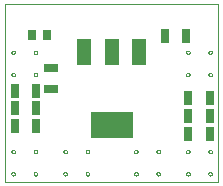
<source format=gbp>
G75*
%MOIN*%
%OFA0B0*%
%FSLAX25Y25*%
%IPPOS*%
%LPD*%
%AMOC8*
5,1,8,0,0,1.08239X$1,22.5*
%
%ADD10C,0.00000*%
%ADD11R,0.03150X0.04724*%
%ADD12R,0.04724X0.03150*%
%ADD13R,0.02756X0.03543*%
%ADD14R,0.04800X0.08800*%
%ADD15R,0.14173X0.08661*%
D10*
X0002452Y0002452D02*
X0002452Y0061507D01*
X0073318Y0061507D01*
X0073318Y0002452D01*
X0002452Y0002452D01*
X0004459Y0005050D02*
X0004461Y0005098D01*
X0004467Y0005146D01*
X0004477Y0005193D01*
X0004490Y0005239D01*
X0004508Y0005284D01*
X0004528Y0005328D01*
X0004553Y0005370D01*
X0004581Y0005409D01*
X0004611Y0005446D01*
X0004645Y0005480D01*
X0004682Y0005512D01*
X0004720Y0005541D01*
X0004761Y0005566D01*
X0004804Y0005588D01*
X0004849Y0005606D01*
X0004895Y0005620D01*
X0004942Y0005631D01*
X0004990Y0005638D01*
X0005038Y0005641D01*
X0005086Y0005640D01*
X0005134Y0005635D01*
X0005182Y0005626D01*
X0005228Y0005614D01*
X0005273Y0005597D01*
X0005317Y0005577D01*
X0005359Y0005554D01*
X0005399Y0005527D01*
X0005437Y0005497D01*
X0005472Y0005464D01*
X0005504Y0005428D01*
X0005534Y0005390D01*
X0005560Y0005349D01*
X0005582Y0005306D01*
X0005602Y0005262D01*
X0005617Y0005217D01*
X0005629Y0005170D01*
X0005637Y0005122D01*
X0005641Y0005074D01*
X0005641Y0005026D01*
X0005637Y0004978D01*
X0005629Y0004930D01*
X0005617Y0004883D01*
X0005602Y0004838D01*
X0005582Y0004794D01*
X0005560Y0004751D01*
X0005534Y0004710D01*
X0005504Y0004672D01*
X0005472Y0004636D01*
X0005437Y0004603D01*
X0005399Y0004573D01*
X0005359Y0004546D01*
X0005317Y0004523D01*
X0005273Y0004503D01*
X0005228Y0004486D01*
X0005182Y0004474D01*
X0005134Y0004465D01*
X0005086Y0004460D01*
X0005038Y0004459D01*
X0004990Y0004462D01*
X0004942Y0004469D01*
X0004895Y0004480D01*
X0004849Y0004494D01*
X0004804Y0004512D01*
X0004761Y0004534D01*
X0004720Y0004559D01*
X0004682Y0004588D01*
X0004645Y0004620D01*
X0004611Y0004654D01*
X0004581Y0004691D01*
X0004553Y0004730D01*
X0004528Y0004772D01*
X0004508Y0004816D01*
X0004490Y0004861D01*
X0004477Y0004907D01*
X0004467Y0004954D01*
X0004461Y0005002D01*
X0004459Y0005050D01*
X0004459Y0012452D02*
X0004461Y0012500D01*
X0004467Y0012548D01*
X0004477Y0012595D01*
X0004490Y0012641D01*
X0004508Y0012686D01*
X0004528Y0012730D01*
X0004553Y0012772D01*
X0004581Y0012811D01*
X0004611Y0012848D01*
X0004645Y0012882D01*
X0004682Y0012914D01*
X0004720Y0012943D01*
X0004761Y0012968D01*
X0004804Y0012990D01*
X0004849Y0013008D01*
X0004895Y0013022D01*
X0004942Y0013033D01*
X0004990Y0013040D01*
X0005038Y0013043D01*
X0005086Y0013042D01*
X0005134Y0013037D01*
X0005182Y0013028D01*
X0005228Y0013016D01*
X0005273Y0012999D01*
X0005317Y0012979D01*
X0005359Y0012956D01*
X0005399Y0012929D01*
X0005437Y0012899D01*
X0005472Y0012866D01*
X0005504Y0012830D01*
X0005534Y0012792D01*
X0005560Y0012751D01*
X0005582Y0012708D01*
X0005602Y0012664D01*
X0005617Y0012619D01*
X0005629Y0012572D01*
X0005637Y0012524D01*
X0005641Y0012476D01*
X0005641Y0012428D01*
X0005637Y0012380D01*
X0005629Y0012332D01*
X0005617Y0012285D01*
X0005602Y0012240D01*
X0005582Y0012196D01*
X0005560Y0012153D01*
X0005534Y0012112D01*
X0005504Y0012074D01*
X0005472Y0012038D01*
X0005437Y0012005D01*
X0005399Y0011975D01*
X0005359Y0011948D01*
X0005317Y0011925D01*
X0005273Y0011905D01*
X0005228Y0011888D01*
X0005182Y0011876D01*
X0005134Y0011867D01*
X0005086Y0011862D01*
X0005038Y0011861D01*
X0004990Y0011864D01*
X0004942Y0011871D01*
X0004895Y0011882D01*
X0004849Y0011896D01*
X0004804Y0011914D01*
X0004761Y0011936D01*
X0004720Y0011961D01*
X0004682Y0011990D01*
X0004645Y0012022D01*
X0004611Y0012056D01*
X0004581Y0012093D01*
X0004553Y0012132D01*
X0004528Y0012174D01*
X0004508Y0012218D01*
X0004490Y0012263D01*
X0004477Y0012309D01*
X0004467Y0012356D01*
X0004461Y0012404D01*
X0004459Y0012452D01*
X0011861Y0012452D02*
X0011863Y0012500D01*
X0011869Y0012548D01*
X0011879Y0012595D01*
X0011892Y0012641D01*
X0011910Y0012686D01*
X0011930Y0012730D01*
X0011955Y0012772D01*
X0011983Y0012811D01*
X0012013Y0012848D01*
X0012047Y0012882D01*
X0012084Y0012914D01*
X0012122Y0012943D01*
X0012163Y0012968D01*
X0012206Y0012990D01*
X0012251Y0013008D01*
X0012297Y0013022D01*
X0012344Y0013033D01*
X0012392Y0013040D01*
X0012440Y0013043D01*
X0012488Y0013042D01*
X0012536Y0013037D01*
X0012584Y0013028D01*
X0012630Y0013016D01*
X0012675Y0012999D01*
X0012719Y0012979D01*
X0012761Y0012956D01*
X0012801Y0012929D01*
X0012839Y0012899D01*
X0012874Y0012866D01*
X0012906Y0012830D01*
X0012936Y0012792D01*
X0012962Y0012751D01*
X0012984Y0012708D01*
X0013004Y0012664D01*
X0013019Y0012619D01*
X0013031Y0012572D01*
X0013039Y0012524D01*
X0013043Y0012476D01*
X0013043Y0012428D01*
X0013039Y0012380D01*
X0013031Y0012332D01*
X0013019Y0012285D01*
X0013004Y0012240D01*
X0012984Y0012196D01*
X0012962Y0012153D01*
X0012936Y0012112D01*
X0012906Y0012074D01*
X0012874Y0012038D01*
X0012839Y0012005D01*
X0012801Y0011975D01*
X0012761Y0011948D01*
X0012719Y0011925D01*
X0012675Y0011905D01*
X0012630Y0011888D01*
X0012584Y0011876D01*
X0012536Y0011867D01*
X0012488Y0011862D01*
X0012440Y0011861D01*
X0012392Y0011864D01*
X0012344Y0011871D01*
X0012297Y0011882D01*
X0012251Y0011896D01*
X0012206Y0011914D01*
X0012163Y0011936D01*
X0012122Y0011961D01*
X0012084Y0011990D01*
X0012047Y0012022D01*
X0012013Y0012056D01*
X0011983Y0012093D01*
X0011955Y0012132D01*
X0011930Y0012174D01*
X0011910Y0012218D01*
X0011892Y0012263D01*
X0011879Y0012309D01*
X0011869Y0012356D01*
X0011863Y0012404D01*
X0011861Y0012452D01*
X0011861Y0005050D02*
X0011863Y0005098D01*
X0011869Y0005146D01*
X0011879Y0005193D01*
X0011892Y0005239D01*
X0011910Y0005284D01*
X0011930Y0005328D01*
X0011955Y0005370D01*
X0011983Y0005409D01*
X0012013Y0005446D01*
X0012047Y0005480D01*
X0012084Y0005512D01*
X0012122Y0005541D01*
X0012163Y0005566D01*
X0012206Y0005588D01*
X0012251Y0005606D01*
X0012297Y0005620D01*
X0012344Y0005631D01*
X0012392Y0005638D01*
X0012440Y0005641D01*
X0012488Y0005640D01*
X0012536Y0005635D01*
X0012584Y0005626D01*
X0012630Y0005614D01*
X0012675Y0005597D01*
X0012719Y0005577D01*
X0012761Y0005554D01*
X0012801Y0005527D01*
X0012839Y0005497D01*
X0012874Y0005464D01*
X0012906Y0005428D01*
X0012936Y0005390D01*
X0012962Y0005349D01*
X0012984Y0005306D01*
X0013004Y0005262D01*
X0013019Y0005217D01*
X0013031Y0005170D01*
X0013039Y0005122D01*
X0013043Y0005074D01*
X0013043Y0005026D01*
X0013039Y0004978D01*
X0013031Y0004930D01*
X0013019Y0004883D01*
X0013004Y0004838D01*
X0012984Y0004794D01*
X0012962Y0004751D01*
X0012936Y0004710D01*
X0012906Y0004672D01*
X0012874Y0004636D01*
X0012839Y0004603D01*
X0012801Y0004573D01*
X0012761Y0004546D01*
X0012719Y0004523D01*
X0012675Y0004503D01*
X0012630Y0004486D01*
X0012584Y0004474D01*
X0012536Y0004465D01*
X0012488Y0004460D01*
X0012440Y0004459D01*
X0012392Y0004462D01*
X0012344Y0004469D01*
X0012297Y0004480D01*
X0012251Y0004494D01*
X0012206Y0004512D01*
X0012163Y0004534D01*
X0012122Y0004559D01*
X0012084Y0004588D01*
X0012047Y0004620D01*
X0012013Y0004654D01*
X0011983Y0004691D01*
X0011955Y0004730D01*
X0011930Y0004772D01*
X0011910Y0004816D01*
X0011892Y0004861D01*
X0011879Y0004907D01*
X0011869Y0004954D01*
X0011863Y0005002D01*
X0011861Y0005050D01*
X0021782Y0005050D02*
X0021784Y0005098D01*
X0021790Y0005146D01*
X0021800Y0005193D01*
X0021813Y0005239D01*
X0021831Y0005284D01*
X0021851Y0005328D01*
X0021876Y0005370D01*
X0021904Y0005409D01*
X0021934Y0005446D01*
X0021968Y0005480D01*
X0022005Y0005512D01*
X0022043Y0005541D01*
X0022084Y0005566D01*
X0022127Y0005588D01*
X0022172Y0005606D01*
X0022218Y0005620D01*
X0022265Y0005631D01*
X0022313Y0005638D01*
X0022361Y0005641D01*
X0022409Y0005640D01*
X0022457Y0005635D01*
X0022505Y0005626D01*
X0022551Y0005614D01*
X0022596Y0005597D01*
X0022640Y0005577D01*
X0022682Y0005554D01*
X0022722Y0005527D01*
X0022760Y0005497D01*
X0022795Y0005464D01*
X0022827Y0005428D01*
X0022857Y0005390D01*
X0022883Y0005349D01*
X0022905Y0005306D01*
X0022925Y0005262D01*
X0022940Y0005217D01*
X0022952Y0005170D01*
X0022960Y0005122D01*
X0022964Y0005074D01*
X0022964Y0005026D01*
X0022960Y0004978D01*
X0022952Y0004930D01*
X0022940Y0004883D01*
X0022925Y0004838D01*
X0022905Y0004794D01*
X0022883Y0004751D01*
X0022857Y0004710D01*
X0022827Y0004672D01*
X0022795Y0004636D01*
X0022760Y0004603D01*
X0022722Y0004573D01*
X0022682Y0004546D01*
X0022640Y0004523D01*
X0022596Y0004503D01*
X0022551Y0004486D01*
X0022505Y0004474D01*
X0022457Y0004465D01*
X0022409Y0004460D01*
X0022361Y0004459D01*
X0022313Y0004462D01*
X0022265Y0004469D01*
X0022218Y0004480D01*
X0022172Y0004494D01*
X0022127Y0004512D01*
X0022084Y0004534D01*
X0022043Y0004559D01*
X0022005Y0004588D01*
X0021968Y0004620D01*
X0021934Y0004654D01*
X0021904Y0004691D01*
X0021876Y0004730D01*
X0021851Y0004772D01*
X0021831Y0004816D01*
X0021813Y0004861D01*
X0021800Y0004907D01*
X0021790Y0004954D01*
X0021784Y0005002D01*
X0021782Y0005050D01*
X0029183Y0005050D02*
X0029185Y0005098D01*
X0029191Y0005146D01*
X0029201Y0005193D01*
X0029214Y0005239D01*
X0029232Y0005284D01*
X0029252Y0005328D01*
X0029277Y0005370D01*
X0029305Y0005409D01*
X0029335Y0005446D01*
X0029369Y0005480D01*
X0029406Y0005512D01*
X0029444Y0005541D01*
X0029485Y0005566D01*
X0029528Y0005588D01*
X0029573Y0005606D01*
X0029619Y0005620D01*
X0029666Y0005631D01*
X0029714Y0005638D01*
X0029762Y0005641D01*
X0029810Y0005640D01*
X0029858Y0005635D01*
X0029906Y0005626D01*
X0029952Y0005614D01*
X0029997Y0005597D01*
X0030041Y0005577D01*
X0030083Y0005554D01*
X0030123Y0005527D01*
X0030161Y0005497D01*
X0030196Y0005464D01*
X0030228Y0005428D01*
X0030258Y0005390D01*
X0030284Y0005349D01*
X0030306Y0005306D01*
X0030326Y0005262D01*
X0030341Y0005217D01*
X0030353Y0005170D01*
X0030361Y0005122D01*
X0030365Y0005074D01*
X0030365Y0005026D01*
X0030361Y0004978D01*
X0030353Y0004930D01*
X0030341Y0004883D01*
X0030326Y0004838D01*
X0030306Y0004794D01*
X0030284Y0004751D01*
X0030258Y0004710D01*
X0030228Y0004672D01*
X0030196Y0004636D01*
X0030161Y0004603D01*
X0030123Y0004573D01*
X0030083Y0004546D01*
X0030041Y0004523D01*
X0029997Y0004503D01*
X0029952Y0004486D01*
X0029906Y0004474D01*
X0029858Y0004465D01*
X0029810Y0004460D01*
X0029762Y0004459D01*
X0029714Y0004462D01*
X0029666Y0004469D01*
X0029619Y0004480D01*
X0029573Y0004494D01*
X0029528Y0004512D01*
X0029485Y0004534D01*
X0029444Y0004559D01*
X0029406Y0004588D01*
X0029369Y0004620D01*
X0029335Y0004654D01*
X0029305Y0004691D01*
X0029277Y0004730D01*
X0029252Y0004772D01*
X0029232Y0004816D01*
X0029214Y0004861D01*
X0029201Y0004907D01*
X0029191Y0004954D01*
X0029185Y0005002D01*
X0029183Y0005050D01*
X0029183Y0012452D02*
X0029185Y0012500D01*
X0029191Y0012548D01*
X0029201Y0012595D01*
X0029214Y0012641D01*
X0029232Y0012686D01*
X0029252Y0012730D01*
X0029277Y0012772D01*
X0029305Y0012811D01*
X0029335Y0012848D01*
X0029369Y0012882D01*
X0029406Y0012914D01*
X0029444Y0012943D01*
X0029485Y0012968D01*
X0029528Y0012990D01*
X0029573Y0013008D01*
X0029619Y0013022D01*
X0029666Y0013033D01*
X0029714Y0013040D01*
X0029762Y0013043D01*
X0029810Y0013042D01*
X0029858Y0013037D01*
X0029906Y0013028D01*
X0029952Y0013016D01*
X0029997Y0012999D01*
X0030041Y0012979D01*
X0030083Y0012956D01*
X0030123Y0012929D01*
X0030161Y0012899D01*
X0030196Y0012866D01*
X0030228Y0012830D01*
X0030258Y0012792D01*
X0030284Y0012751D01*
X0030306Y0012708D01*
X0030326Y0012664D01*
X0030341Y0012619D01*
X0030353Y0012572D01*
X0030361Y0012524D01*
X0030365Y0012476D01*
X0030365Y0012428D01*
X0030361Y0012380D01*
X0030353Y0012332D01*
X0030341Y0012285D01*
X0030326Y0012240D01*
X0030306Y0012196D01*
X0030284Y0012153D01*
X0030258Y0012112D01*
X0030228Y0012074D01*
X0030196Y0012038D01*
X0030161Y0012005D01*
X0030123Y0011975D01*
X0030083Y0011948D01*
X0030041Y0011925D01*
X0029997Y0011905D01*
X0029952Y0011888D01*
X0029906Y0011876D01*
X0029858Y0011867D01*
X0029810Y0011862D01*
X0029762Y0011861D01*
X0029714Y0011864D01*
X0029666Y0011871D01*
X0029619Y0011882D01*
X0029573Y0011896D01*
X0029528Y0011914D01*
X0029485Y0011936D01*
X0029444Y0011961D01*
X0029406Y0011990D01*
X0029369Y0012022D01*
X0029335Y0012056D01*
X0029305Y0012093D01*
X0029277Y0012132D01*
X0029252Y0012174D01*
X0029232Y0012218D01*
X0029214Y0012263D01*
X0029201Y0012309D01*
X0029191Y0012356D01*
X0029185Y0012404D01*
X0029183Y0012452D01*
X0021782Y0012452D02*
X0021784Y0012500D01*
X0021790Y0012548D01*
X0021800Y0012595D01*
X0021813Y0012641D01*
X0021831Y0012686D01*
X0021851Y0012730D01*
X0021876Y0012772D01*
X0021904Y0012811D01*
X0021934Y0012848D01*
X0021968Y0012882D01*
X0022005Y0012914D01*
X0022043Y0012943D01*
X0022084Y0012968D01*
X0022127Y0012990D01*
X0022172Y0013008D01*
X0022218Y0013022D01*
X0022265Y0013033D01*
X0022313Y0013040D01*
X0022361Y0013043D01*
X0022409Y0013042D01*
X0022457Y0013037D01*
X0022505Y0013028D01*
X0022551Y0013016D01*
X0022596Y0012999D01*
X0022640Y0012979D01*
X0022682Y0012956D01*
X0022722Y0012929D01*
X0022760Y0012899D01*
X0022795Y0012866D01*
X0022827Y0012830D01*
X0022857Y0012792D01*
X0022883Y0012751D01*
X0022905Y0012708D01*
X0022925Y0012664D01*
X0022940Y0012619D01*
X0022952Y0012572D01*
X0022960Y0012524D01*
X0022964Y0012476D01*
X0022964Y0012428D01*
X0022960Y0012380D01*
X0022952Y0012332D01*
X0022940Y0012285D01*
X0022925Y0012240D01*
X0022905Y0012196D01*
X0022883Y0012153D01*
X0022857Y0012112D01*
X0022827Y0012074D01*
X0022795Y0012038D01*
X0022760Y0012005D01*
X0022722Y0011975D01*
X0022682Y0011948D01*
X0022640Y0011925D01*
X0022596Y0011905D01*
X0022551Y0011888D01*
X0022505Y0011876D01*
X0022457Y0011867D01*
X0022409Y0011862D01*
X0022361Y0011861D01*
X0022313Y0011864D01*
X0022265Y0011871D01*
X0022218Y0011882D01*
X0022172Y0011896D01*
X0022127Y0011914D01*
X0022084Y0011936D01*
X0022043Y0011961D01*
X0022005Y0011990D01*
X0021968Y0012022D01*
X0021934Y0012056D01*
X0021904Y0012093D01*
X0021876Y0012132D01*
X0021851Y0012174D01*
X0021831Y0012218D01*
X0021813Y0012263D01*
X0021800Y0012309D01*
X0021790Y0012356D01*
X0021784Y0012404D01*
X0021782Y0012452D01*
X0045404Y0012452D02*
X0045406Y0012500D01*
X0045412Y0012548D01*
X0045422Y0012595D01*
X0045435Y0012641D01*
X0045453Y0012686D01*
X0045473Y0012730D01*
X0045498Y0012772D01*
X0045526Y0012811D01*
X0045556Y0012848D01*
X0045590Y0012882D01*
X0045627Y0012914D01*
X0045665Y0012943D01*
X0045706Y0012968D01*
X0045749Y0012990D01*
X0045794Y0013008D01*
X0045840Y0013022D01*
X0045887Y0013033D01*
X0045935Y0013040D01*
X0045983Y0013043D01*
X0046031Y0013042D01*
X0046079Y0013037D01*
X0046127Y0013028D01*
X0046173Y0013016D01*
X0046218Y0012999D01*
X0046262Y0012979D01*
X0046304Y0012956D01*
X0046344Y0012929D01*
X0046382Y0012899D01*
X0046417Y0012866D01*
X0046449Y0012830D01*
X0046479Y0012792D01*
X0046505Y0012751D01*
X0046527Y0012708D01*
X0046547Y0012664D01*
X0046562Y0012619D01*
X0046574Y0012572D01*
X0046582Y0012524D01*
X0046586Y0012476D01*
X0046586Y0012428D01*
X0046582Y0012380D01*
X0046574Y0012332D01*
X0046562Y0012285D01*
X0046547Y0012240D01*
X0046527Y0012196D01*
X0046505Y0012153D01*
X0046479Y0012112D01*
X0046449Y0012074D01*
X0046417Y0012038D01*
X0046382Y0012005D01*
X0046344Y0011975D01*
X0046304Y0011948D01*
X0046262Y0011925D01*
X0046218Y0011905D01*
X0046173Y0011888D01*
X0046127Y0011876D01*
X0046079Y0011867D01*
X0046031Y0011862D01*
X0045983Y0011861D01*
X0045935Y0011864D01*
X0045887Y0011871D01*
X0045840Y0011882D01*
X0045794Y0011896D01*
X0045749Y0011914D01*
X0045706Y0011936D01*
X0045665Y0011961D01*
X0045627Y0011990D01*
X0045590Y0012022D01*
X0045556Y0012056D01*
X0045526Y0012093D01*
X0045498Y0012132D01*
X0045473Y0012174D01*
X0045453Y0012218D01*
X0045435Y0012263D01*
X0045422Y0012309D01*
X0045412Y0012356D01*
X0045406Y0012404D01*
X0045404Y0012452D01*
X0052805Y0012452D02*
X0052807Y0012500D01*
X0052813Y0012548D01*
X0052823Y0012595D01*
X0052836Y0012641D01*
X0052854Y0012686D01*
X0052874Y0012730D01*
X0052899Y0012772D01*
X0052927Y0012811D01*
X0052957Y0012848D01*
X0052991Y0012882D01*
X0053028Y0012914D01*
X0053066Y0012943D01*
X0053107Y0012968D01*
X0053150Y0012990D01*
X0053195Y0013008D01*
X0053241Y0013022D01*
X0053288Y0013033D01*
X0053336Y0013040D01*
X0053384Y0013043D01*
X0053432Y0013042D01*
X0053480Y0013037D01*
X0053528Y0013028D01*
X0053574Y0013016D01*
X0053619Y0012999D01*
X0053663Y0012979D01*
X0053705Y0012956D01*
X0053745Y0012929D01*
X0053783Y0012899D01*
X0053818Y0012866D01*
X0053850Y0012830D01*
X0053880Y0012792D01*
X0053906Y0012751D01*
X0053928Y0012708D01*
X0053948Y0012664D01*
X0053963Y0012619D01*
X0053975Y0012572D01*
X0053983Y0012524D01*
X0053987Y0012476D01*
X0053987Y0012428D01*
X0053983Y0012380D01*
X0053975Y0012332D01*
X0053963Y0012285D01*
X0053948Y0012240D01*
X0053928Y0012196D01*
X0053906Y0012153D01*
X0053880Y0012112D01*
X0053850Y0012074D01*
X0053818Y0012038D01*
X0053783Y0012005D01*
X0053745Y0011975D01*
X0053705Y0011948D01*
X0053663Y0011925D01*
X0053619Y0011905D01*
X0053574Y0011888D01*
X0053528Y0011876D01*
X0053480Y0011867D01*
X0053432Y0011862D01*
X0053384Y0011861D01*
X0053336Y0011864D01*
X0053288Y0011871D01*
X0053241Y0011882D01*
X0053195Y0011896D01*
X0053150Y0011914D01*
X0053107Y0011936D01*
X0053066Y0011961D01*
X0053028Y0011990D01*
X0052991Y0012022D01*
X0052957Y0012056D01*
X0052927Y0012093D01*
X0052899Y0012132D01*
X0052874Y0012174D01*
X0052854Y0012218D01*
X0052836Y0012263D01*
X0052823Y0012309D01*
X0052813Y0012356D01*
X0052807Y0012404D01*
X0052805Y0012452D01*
X0052805Y0005050D02*
X0052807Y0005098D01*
X0052813Y0005146D01*
X0052823Y0005193D01*
X0052836Y0005239D01*
X0052854Y0005284D01*
X0052874Y0005328D01*
X0052899Y0005370D01*
X0052927Y0005409D01*
X0052957Y0005446D01*
X0052991Y0005480D01*
X0053028Y0005512D01*
X0053066Y0005541D01*
X0053107Y0005566D01*
X0053150Y0005588D01*
X0053195Y0005606D01*
X0053241Y0005620D01*
X0053288Y0005631D01*
X0053336Y0005638D01*
X0053384Y0005641D01*
X0053432Y0005640D01*
X0053480Y0005635D01*
X0053528Y0005626D01*
X0053574Y0005614D01*
X0053619Y0005597D01*
X0053663Y0005577D01*
X0053705Y0005554D01*
X0053745Y0005527D01*
X0053783Y0005497D01*
X0053818Y0005464D01*
X0053850Y0005428D01*
X0053880Y0005390D01*
X0053906Y0005349D01*
X0053928Y0005306D01*
X0053948Y0005262D01*
X0053963Y0005217D01*
X0053975Y0005170D01*
X0053983Y0005122D01*
X0053987Y0005074D01*
X0053987Y0005026D01*
X0053983Y0004978D01*
X0053975Y0004930D01*
X0053963Y0004883D01*
X0053948Y0004838D01*
X0053928Y0004794D01*
X0053906Y0004751D01*
X0053880Y0004710D01*
X0053850Y0004672D01*
X0053818Y0004636D01*
X0053783Y0004603D01*
X0053745Y0004573D01*
X0053705Y0004546D01*
X0053663Y0004523D01*
X0053619Y0004503D01*
X0053574Y0004486D01*
X0053528Y0004474D01*
X0053480Y0004465D01*
X0053432Y0004460D01*
X0053384Y0004459D01*
X0053336Y0004462D01*
X0053288Y0004469D01*
X0053241Y0004480D01*
X0053195Y0004494D01*
X0053150Y0004512D01*
X0053107Y0004534D01*
X0053066Y0004559D01*
X0053028Y0004588D01*
X0052991Y0004620D01*
X0052957Y0004654D01*
X0052927Y0004691D01*
X0052899Y0004730D01*
X0052874Y0004772D01*
X0052854Y0004816D01*
X0052836Y0004861D01*
X0052823Y0004907D01*
X0052813Y0004954D01*
X0052807Y0005002D01*
X0052805Y0005050D01*
X0045404Y0005050D02*
X0045406Y0005098D01*
X0045412Y0005146D01*
X0045422Y0005193D01*
X0045435Y0005239D01*
X0045453Y0005284D01*
X0045473Y0005328D01*
X0045498Y0005370D01*
X0045526Y0005409D01*
X0045556Y0005446D01*
X0045590Y0005480D01*
X0045627Y0005512D01*
X0045665Y0005541D01*
X0045706Y0005566D01*
X0045749Y0005588D01*
X0045794Y0005606D01*
X0045840Y0005620D01*
X0045887Y0005631D01*
X0045935Y0005638D01*
X0045983Y0005641D01*
X0046031Y0005640D01*
X0046079Y0005635D01*
X0046127Y0005626D01*
X0046173Y0005614D01*
X0046218Y0005597D01*
X0046262Y0005577D01*
X0046304Y0005554D01*
X0046344Y0005527D01*
X0046382Y0005497D01*
X0046417Y0005464D01*
X0046449Y0005428D01*
X0046479Y0005390D01*
X0046505Y0005349D01*
X0046527Y0005306D01*
X0046547Y0005262D01*
X0046562Y0005217D01*
X0046574Y0005170D01*
X0046582Y0005122D01*
X0046586Y0005074D01*
X0046586Y0005026D01*
X0046582Y0004978D01*
X0046574Y0004930D01*
X0046562Y0004883D01*
X0046547Y0004838D01*
X0046527Y0004794D01*
X0046505Y0004751D01*
X0046479Y0004710D01*
X0046449Y0004672D01*
X0046417Y0004636D01*
X0046382Y0004603D01*
X0046344Y0004573D01*
X0046304Y0004546D01*
X0046262Y0004523D01*
X0046218Y0004503D01*
X0046173Y0004486D01*
X0046127Y0004474D01*
X0046079Y0004465D01*
X0046031Y0004460D01*
X0045983Y0004459D01*
X0045935Y0004462D01*
X0045887Y0004469D01*
X0045840Y0004480D01*
X0045794Y0004494D01*
X0045749Y0004512D01*
X0045706Y0004534D01*
X0045665Y0004559D01*
X0045627Y0004588D01*
X0045590Y0004620D01*
X0045556Y0004654D01*
X0045526Y0004691D01*
X0045498Y0004730D01*
X0045473Y0004772D01*
X0045453Y0004816D01*
X0045435Y0004861D01*
X0045422Y0004907D01*
X0045412Y0004954D01*
X0045406Y0005002D01*
X0045404Y0005050D01*
X0062727Y0005050D02*
X0062729Y0005098D01*
X0062735Y0005146D01*
X0062745Y0005193D01*
X0062758Y0005239D01*
X0062776Y0005284D01*
X0062796Y0005328D01*
X0062821Y0005370D01*
X0062849Y0005409D01*
X0062879Y0005446D01*
X0062913Y0005480D01*
X0062950Y0005512D01*
X0062988Y0005541D01*
X0063029Y0005566D01*
X0063072Y0005588D01*
X0063117Y0005606D01*
X0063163Y0005620D01*
X0063210Y0005631D01*
X0063258Y0005638D01*
X0063306Y0005641D01*
X0063354Y0005640D01*
X0063402Y0005635D01*
X0063450Y0005626D01*
X0063496Y0005614D01*
X0063541Y0005597D01*
X0063585Y0005577D01*
X0063627Y0005554D01*
X0063667Y0005527D01*
X0063705Y0005497D01*
X0063740Y0005464D01*
X0063772Y0005428D01*
X0063802Y0005390D01*
X0063828Y0005349D01*
X0063850Y0005306D01*
X0063870Y0005262D01*
X0063885Y0005217D01*
X0063897Y0005170D01*
X0063905Y0005122D01*
X0063909Y0005074D01*
X0063909Y0005026D01*
X0063905Y0004978D01*
X0063897Y0004930D01*
X0063885Y0004883D01*
X0063870Y0004838D01*
X0063850Y0004794D01*
X0063828Y0004751D01*
X0063802Y0004710D01*
X0063772Y0004672D01*
X0063740Y0004636D01*
X0063705Y0004603D01*
X0063667Y0004573D01*
X0063627Y0004546D01*
X0063585Y0004523D01*
X0063541Y0004503D01*
X0063496Y0004486D01*
X0063450Y0004474D01*
X0063402Y0004465D01*
X0063354Y0004460D01*
X0063306Y0004459D01*
X0063258Y0004462D01*
X0063210Y0004469D01*
X0063163Y0004480D01*
X0063117Y0004494D01*
X0063072Y0004512D01*
X0063029Y0004534D01*
X0062988Y0004559D01*
X0062950Y0004588D01*
X0062913Y0004620D01*
X0062879Y0004654D01*
X0062849Y0004691D01*
X0062821Y0004730D01*
X0062796Y0004772D01*
X0062776Y0004816D01*
X0062758Y0004861D01*
X0062745Y0004907D01*
X0062735Y0004954D01*
X0062729Y0005002D01*
X0062727Y0005050D01*
X0062727Y0012452D02*
X0062729Y0012500D01*
X0062735Y0012548D01*
X0062745Y0012595D01*
X0062758Y0012641D01*
X0062776Y0012686D01*
X0062796Y0012730D01*
X0062821Y0012772D01*
X0062849Y0012811D01*
X0062879Y0012848D01*
X0062913Y0012882D01*
X0062950Y0012914D01*
X0062988Y0012943D01*
X0063029Y0012968D01*
X0063072Y0012990D01*
X0063117Y0013008D01*
X0063163Y0013022D01*
X0063210Y0013033D01*
X0063258Y0013040D01*
X0063306Y0013043D01*
X0063354Y0013042D01*
X0063402Y0013037D01*
X0063450Y0013028D01*
X0063496Y0013016D01*
X0063541Y0012999D01*
X0063585Y0012979D01*
X0063627Y0012956D01*
X0063667Y0012929D01*
X0063705Y0012899D01*
X0063740Y0012866D01*
X0063772Y0012830D01*
X0063802Y0012792D01*
X0063828Y0012751D01*
X0063850Y0012708D01*
X0063870Y0012664D01*
X0063885Y0012619D01*
X0063897Y0012572D01*
X0063905Y0012524D01*
X0063909Y0012476D01*
X0063909Y0012428D01*
X0063905Y0012380D01*
X0063897Y0012332D01*
X0063885Y0012285D01*
X0063870Y0012240D01*
X0063850Y0012196D01*
X0063828Y0012153D01*
X0063802Y0012112D01*
X0063772Y0012074D01*
X0063740Y0012038D01*
X0063705Y0012005D01*
X0063667Y0011975D01*
X0063627Y0011948D01*
X0063585Y0011925D01*
X0063541Y0011905D01*
X0063496Y0011888D01*
X0063450Y0011876D01*
X0063402Y0011867D01*
X0063354Y0011862D01*
X0063306Y0011861D01*
X0063258Y0011864D01*
X0063210Y0011871D01*
X0063163Y0011882D01*
X0063117Y0011896D01*
X0063072Y0011914D01*
X0063029Y0011936D01*
X0062988Y0011961D01*
X0062950Y0011990D01*
X0062913Y0012022D01*
X0062879Y0012056D01*
X0062849Y0012093D01*
X0062821Y0012132D01*
X0062796Y0012174D01*
X0062776Y0012218D01*
X0062758Y0012263D01*
X0062745Y0012309D01*
X0062735Y0012356D01*
X0062729Y0012404D01*
X0062727Y0012452D01*
X0070128Y0012452D02*
X0070130Y0012500D01*
X0070136Y0012548D01*
X0070146Y0012595D01*
X0070159Y0012641D01*
X0070177Y0012686D01*
X0070197Y0012730D01*
X0070222Y0012772D01*
X0070250Y0012811D01*
X0070280Y0012848D01*
X0070314Y0012882D01*
X0070351Y0012914D01*
X0070389Y0012943D01*
X0070430Y0012968D01*
X0070473Y0012990D01*
X0070518Y0013008D01*
X0070564Y0013022D01*
X0070611Y0013033D01*
X0070659Y0013040D01*
X0070707Y0013043D01*
X0070755Y0013042D01*
X0070803Y0013037D01*
X0070851Y0013028D01*
X0070897Y0013016D01*
X0070942Y0012999D01*
X0070986Y0012979D01*
X0071028Y0012956D01*
X0071068Y0012929D01*
X0071106Y0012899D01*
X0071141Y0012866D01*
X0071173Y0012830D01*
X0071203Y0012792D01*
X0071229Y0012751D01*
X0071251Y0012708D01*
X0071271Y0012664D01*
X0071286Y0012619D01*
X0071298Y0012572D01*
X0071306Y0012524D01*
X0071310Y0012476D01*
X0071310Y0012428D01*
X0071306Y0012380D01*
X0071298Y0012332D01*
X0071286Y0012285D01*
X0071271Y0012240D01*
X0071251Y0012196D01*
X0071229Y0012153D01*
X0071203Y0012112D01*
X0071173Y0012074D01*
X0071141Y0012038D01*
X0071106Y0012005D01*
X0071068Y0011975D01*
X0071028Y0011948D01*
X0070986Y0011925D01*
X0070942Y0011905D01*
X0070897Y0011888D01*
X0070851Y0011876D01*
X0070803Y0011867D01*
X0070755Y0011862D01*
X0070707Y0011861D01*
X0070659Y0011864D01*
X0070611Y0011871D01*
X0070564Y0011882D01*
X0070518Y0011896D01*
X0070473Y0011914D01*
X0070430Y0011936D01*
X0070389Y0011961D01*
X0070351Y0011990D01*
X0070314Y0012022D01*
X0070280Y0012056D01*
X0070250Y0012093D01*
X0070222Y0012132D01*
X0070197Y0012174D01*
X0070177Y0012218D01*
X0070159Y0012263D01*
X0070146Y0012309D01*
X0070136Y0012356D01*
X0070130Y0012404D01*
X0070128Y0012452D01*
X0070128Y0005050D02*
X0070130Y0005098D01*
X0070136Y0005146D01*
X0070146Y0005193D01*
X0070159Y0005239D01*
X0070177Y0005284D01*
X0070197Y0005328D01*
X0070222Y0005370D01*
X0070250Y0005409D01*
X0070280Y0005446D01*
X0070314Y0005480D01*
X0070351Y0005512D01*
X0070389Y0005541D01*
X0070430Y0005566D01*
X0070473Y0005588D01*
X0070518Y0005606D01*
X0070564Y0005620D01*
X0070611Y0005631D01*
X0070659Y0005638D01*
X0070707Y0005641D01*
X0070755Y0005640D01*
X0070803Y0005635D01*
X0070851Y0005626D01*
X0070897Y0005614D01*
X0070942Y0005597D01*
X0070986Y0005577D01*
X0071028Y0005554D01*
X0071068Y0005527D01*
X0071106Y0005497D01*
X0071141Y0005464D01*
X0071173Y0005428D01*
X0071203Y0005390D01*
X0071229Y0005349D01*
X0071251Y0005306D01*
X0071271Y0005262D01*
X0071286Y0005217D01*
X0071298Y0005170D01*
X0071306Y0005122D01*
X0071310Y0005074D01*
X0071310Y0005026D01*
X0071306Y0004978D01*
X0071298Y0004930D01*
X0071286Y0004883D01*
X0071271Y0004838D01*
X0071251Y0004794D01*
X0071229Y0004751D01*
X0071203Y0004710D01*
X0071173Y0004672D01*
X0071141Y0004636D01*
X0071106Y0004603D01*
X0071068Y0004573D01*
X0071028Y0004546D01*
X0070986Y0004523D01*
X0070942Y0004503D01*
X0070897Y0004486D01*
X0070851Y0004474D01*
X0070803Y0004465D01*
X0070755Y0004460D01*
X0070707Y0004459D01*
X0070659Y0004462D01*
X0070611Y0004469D01*
X0070564Y0004480D01*
X0070518Y0004494D01*
X0070473Y0004512D01*
X0070430Y0004534D01*
X0070389Y0004559D01*
X0070351Y0004588D01*
X0070314Y0004620D01*
X0070280Y0004654D01*
X0070250Y0004691D01*
X0070222Y0004730D01*
X0070197Y0004772D01*
X0070177Y0004816D01*
X0070159Y0004861D01*
X0070146Y0004907D01*
X0070136Y0004954D01*
X0070130Y0005002D01*
X0070128Y0005050D01*
X0070128Y0038121D02*
X0070130Y0038169D01*
X0070136Y0038217D01*
X0070146Y0038264D01*
X0070159Y0038310D01*
X0070177Y0038355D01*
X0070197Y0038399D01*
X0070222Y0038441D01*
X0070250Y0038480D01*
X0070280Y0038517D01*
X0070314Y0038551D01*
X0070351Y0038583D01*
X0070389Y0038612D01*
X0070430Y0038637D01*
X0070473Y0038659D01*
X0070518Y0038677D01*
X0070564Y0038691D01*
X0070611Y0038702D01*
X0070659Y0038709D01*
X0070707Y0038712D01*
X0070755Y0038711D01*
X0070803Y0038706D01*
X0070851Y0038697D01*
X0070897Y0038685D01*
X0070942Y0038668D01*
X0070986Y0038648D01*
X0071028Y0038625D01*
X0071068Y0038598D01*
X0071106Y0038568D01*
X0071141Y0038535D01*
X0071173Y0038499D01*
X0071203Y0038461D01*
X0071229Y0038420D01*
X0071251Y0038377D01*
X0071271Y0038333D01*
X0071286Y0038288D01*
X0071298Y0038241D01*
X0071306Y0038193D01*
X0071310Y0038145D01*
X0071310Y0038097D01*
X0071306Y0038049D01*
X0071298Y0038001D01*
X0071286Y0037954D01*
X0071271Y0037909D01*
X0071251Y0037865D01*
X0071229Y0037822D01*
X0071203Y0037781D01*
X0071173Y0037743D01*
X0071141Y0037707D01*
X0071106Y0037674D01*
X0071068Y0037644D01*
X0071028Y0037617D01*
X0070986Y0037594D01*
X0070942Y0037574D01*
X0070897Y0037557D01*
X0070851Y0037545D01*
X0070803Y0037536D01*
X0070755Y0037531D01*
X0070707Y0037530D01*
X0070659Y0037533D01*
X0070611Y0037540D01*
X0070564Y0037551D01*
X0070518Y0037565D01*
X0070473Y0037583D01*
X0070430Y0037605D01*
X0070389Y0037630D01*
X0070351Y0037659D01*
X0070314Y0037691D01*
X0070280Y0037725D01*
X0070250Y0037762D01*
X0070222Y0037801D01*
X0070197Y0037843D01*
X0070177Y0037887D01*
X0070159Y0037932D01*
X0070146Y0037978D01*
X0070136Y0038025D01*
X0070130Y0038073D01*
X0070128Y0038121D01*
X0062727Y0038121D02*
X0062729Y0038169D01*
X0062735Y0038217D01*
X0062745Y0038264D01*
X0062758Y0038310D01*
X0062776Y0038355D01*
X0062796Y0038399D01*
X0062821Y0038441D01*
X0062849Y0038480D01*
X0062879Y0038517D01*
X0062913Y0038551D01*
X0062950Y0038583D01*
X0062988Y0038612D01*
X0063029Y0038637D01*
X0063072Y0038659D01*
X0063117Y0038677D01*
X0063163Y0038691D01*
X0063210Y0038702D01*
X0063258Y0038709D01*
X0063306Y0038712D01*
X0063354Y0038711D01*
X0063402Y0038706D01*
X0063450Y0038697D01*
X0063496Y0038685D01*
X0063541Y0038668D01*
X0063585Y0038648D01*
X0063627Y0038625D01*
X0063667Y0038598D01*
X0063705Y0038568D01*
X0063740Y0038535D01*
X0063772Y0038499D01*
X0063802Y0038461D01*
X0063828Y0038420D01*
X0063850Y0038377D01*
X0063870Y0038333D01*
X0063885Y0038288D01*
X0063897Y0038241D01*
X0063905Y0038193D01*
X0063909Y0038145D01*
X0063909Y0038097D01*
X0063905Y0038049D01*
X0063897Y0038001D01*
X0063885Y0037954D01*
X0063870Y0037909D01*
X0063850Y0037865D01*
X0063828Y0037822D01*
X0063802Y0037781D01*
X0063772Y0037743D01*
X0063740Y0037707D01*
X0063705Y0037674D01*
X0063667Y0037644D01*
X0063627Y0037617D01*
X0063585Y0037594D01*
X0063541Y0037574D01*
X0063496Y0037557D01*
X0063450Y0037545D01*
X0063402Y0037536D01*
X0063354Y0037531D01*
X0063306Y0037530D01*
X0063258Y0037533D01*
X0063210Y0037540D01*
X0063163Y0037551D01*
X0063117Y0037565D01*
X0063072Y0037583D01*
X0063029Y0037605D01*
X0062988Y0037630D01*
X0062950Y0037659D01*
X0062913Y0037691D01*
X0062879Y0037725D01*
X0062849Y0037762D01*
X0062821Y0037801D01*
X0062796Y0037843D01*
X0062776Y0037887D01*
X0062758Y0037932D01*
X0062745Y0037978D01*
X0062735Y0038025D01*
X0062729Y0038073D01*
X0062727Y0038121D01*
X0062727Y0045522D02*
X0062729Y0045570D01*
X0062735Y0045618D01*
X0062745Y0045665D01*
X0062758Y0045711D01*
X0062776Y0045756D01*
X0062796Y0045800D01*
X0062821Y0045842D01*
X0062849Y0045881D01*
X0062879Y0045918D01*
X0062913Y0045952D01*
X0062950Y0045984D01*
X0062988Y0046013D01*
X0063029Y0046038D01*
X0063072Y0046060D01*
X0063117Y0046078D01*
X0063163Y0046092D01*
X0063210Y0046103D01*
X0063258Y0046110D01*
X0063306Y0046113D01*
X0063354Y0046112D01*
X0063402Y0046107D01*
X0063450Y0046098D01*
X0063496Y0046086D01*
X0063541Y0046069D01*
X0063585Y0046049D01*
X0063627Y0046026D01*
X0063667Y0045999D01*
X0063705Y0045969D01*
X0063740Y0045936D01*
X0063772Y0045900D01*
X0063802Y0045862D01*
X0063828Y0045821D01*
X0063850Y0045778D01*
X0063870Y0045734D01*
X0063885Y0045689D01*
X0063897Y0045642D01*
X0063905Y0045594D01*
X0063909Y0045546D01*
X0063909Y0045498D01*
X0063905Y0045450D01*
X0063897Y0045402D01*
X0063885Y0045355D01*
X0063870Y0045310D01*
X0063850Y0045266D01*
X0063828Y0045223D01*
X0063802Y0045182D01*
X0063772Y0045144D01*
X0063740Y0045108D01*
X0063705Y0045075D01*
X0063667Y0045045D01*
X0063627Y0045018D01*
X0063585Y0044995D01*
X0063541Y0044975D01*
X0063496Y0044958D01*
X0063450Y0044946D01*
X0063402Y0044937D01*
X0063354Y0044932D01*
X0063306Y0044931D01*
X0063258Y0044934D01*
X0063210Y0044941D01*
X0063163Y0044952D01*
X0063117Y0044966D01*
X0063072Y0044984D01*
X0063029Y0045006D01*
X0062988Y0045031D01*
X0062950Y0045060D01*
X0062913Y0045092D01*
X0062879Y0045126D01*
X0062849Y0045163D01*
X0062821Y0045202D01*
X0062796Y0045244D01*
X0062776Y0045288D01*
X0062758Y0045333D01*
X0062745Y0045379D01*
X0062735Y0045426D01*
X0062729Y0045474D01*
X0062727Y0045522D01*
X0070128Y0045522D02*
X0070130Y0045570D01*
X0070136Y0045618D01*
X0070146Y0045665D01*
X0070159Y0045711D01*
X0070177Y0045756D01*
X0070197Y0045800D01*
X0070222Y0045842D01*
X0070250Y0045881D01*
X0070280Y0045918D01*
X0070314Y0045952D01*
X0070351Y0045984D01*
X0070389Y0046013D01*
X0070430Y0046038D01*
X0070473Y0046060D01*
X0070518Y0046078D01*
X0070564Y0046092D01*
X0070611Y0046103D01*
X0070659Y0046110D01*
X0070707Y0046113D01*
X0070755Y0046112D01*
X0070803Y0046107D01*
X0070851Y0046098D01*
X0070897Y0046086D01*
X0070942Y0046069D01*
X0070986Y0046049D01*
X0071028Y0046026D01*
X0071068Y0045999D01*
X0071106Y0045969D01*
X0071141Y0045936D01*
X0071173Y0045900D01*
X0071203Y0045862D01*
X0071229Y0045821D01*
X0071251Y0045778D01*
X0071271Y0045734D01*
X0071286Y0045689D01*
X0071298Y0045642D01*
X0071306Y0045594D01*
X0071310Y0045546D01*
X0071310Y0045498D01*
X0071306Y0045450D01*
X0071298Y0045402D01*
X0071286Y0045355D01*
X0071271Y0045310D01*
X0071251Y0045266D01*
X0071229Y0045223D01*
X0071203Y0045182D01*
X0071173Y0045144D01*
X0071141Y0045108D01*
X0071106Y0045075D01*
X0071068Y0045045D01*
X0071028Y0045018D01*
X0070986Y0044995D01*
X0070942Y0044975D01*
X0070897Y0044958D01*
X0070851Y0044946D01*
X0070803Y0044937D01*
X0070755Y0044932D01*
X0070707Y0044931D01*
X0070659Y0044934D01*
X0070611Y0044941D01*
X0070564Y0044952D01*
X0070518Y0044966D01*
X0070473Y0044984D01*
X0070430Y0045006D01*
X0070389Y0045031D01*
X0070351Y0045060D01*
X0070314Y0045092D01*
X0070280Y0045126D01*
X0070250Y0045163D01*
X0070222Y0045202D01*
X0070197Y0045244D01*
X0070177Y0045288D01*
X0070159Y0045333D01*
X0070146Y0045379D01*
X0070136Y0045426D01*
X0070130Y0045474D01*
X0070128Y0045522D01*
X0011861Y0045522D02*
X0011863Y0045570D01*
X0011869Y0045618D01*
X0011879Y0045665D01*
X0011892Y0045711D01*
X0011910Y0045756D01*
X0011930Y0045800D01*
X0011955Y0045842D01*
X0011983Y0045881D01*
X0012013Y0045918D01*
X0012047Y0045952D01*
X0012084Y0045984D01*
X0012122Y0046013D01*
X0012163Y0046038D01*
X0012206Y0046060D01*
X0012251Y0046078D01*
X0012297Y0046092D01*
X0012344Y0046103D01*
X0012392Y0046110D01*
X0012440Y0046113D01*
X0012488Y0046112D01*
X0012536Y0046107D01*
X0012584Y0046098D01*
X0012630Y0046086D01*
X0012675Y0046069D01*
X0012719Y0046049D01*
X0012761Y0046026D01*
X0012801Y0045999D01*
X0012839Y0045969D01*
X0012874Y0045936D01*
X0012906Y0045900D01*
X0012936Y0045862D01*
X0012962Y0045821D01*
X0012984Y0045778D01*
X0013004Y0045734D01*
X0013019Y0045689D01*
X0013031Y0045642D01*
X0013039Y0045594D01*
X0013043Y0045546D01*
X0013043Y0045498D01*
X0013039Y0045450D01*
X0013031Y0045402D01*
X0013019Y0045355D01*
X0013004Y0045310D01*
X0012984Y0045266D01*
X0012962Y0045223D01*
X0012936Y0045182D01*
X0012906Y0045144D01*
X0012874Y0045108D01*
X0012839Y0045075D01*
X0012801Y0045045D01*
X0012761Y0045018D01*
X0012719Y0044995D01*
X0012675Y0044975D01*
X0012630Y0044958D01*
X0012584Y0044946D01*
X0012536Y0044937D01*
X0012488Y0044932D01*
X0012440Y0044931D01*
X0012392Y0044934D01*
X0012344Y0044941D01*
X0012297Y0044952D01*
X0012251Y0044966D01*
X0012206Y0044984D01*
X0012163Y0045006D01*
X0012122Y0045031D01*
X0012084Y0045060D01*
X0012047Y0045092D01*
X0012013Y0045126D01*
X0011983Y0045163D01*
X0011955Y0045202D01*
X0011930Y0045244D01*
X0011910Y0045288D01*
X0011892Y0045333D01*
X0011879Y0045379D01*
X0011869Y0045426D01*
X0011863Y0045474D01*
X0011861Y0045522D01*
X0004459Y0045522D02*
X0004461Y0045570D01*
X0004467Y0045618D01*
X0004477Y0045665D01*
X0004490Y0045711D01*
X0004508Y0045756D01*
X0004528Y0045800D01*
X0004553Y0045842D01*
X0004581Y0045881D01*
X0004611Y0045918D01*
X0004645Y0045952D01*
X0004682Y0045984D01*
X0004720Y0046013D01*
X0004761Y0046038D01*
X0004804Y0046060D01*
X0004849Y0046078D01*
X0004895Y0046092D01*
X0004942Y0046103D01*
X0004990Y0046110D01*
X0005038Y0046113D01*
X0005086Y0046112D01*
X0005134Y0046107D01*
X0005182Y0046098D01*
X0005228Y0046086D01*
X0005273Y0046069D01*
X0005317Y0046049D01*
X0005359Y0046026D01*
X0005399Y0045999D01*
X0005437Y0045969D01*
X0005472Y0045936D01*
X0005504Y0045900D01*
X0005534Y0045862D01*
X0005560Y0045821D01*
X0005582Y0045778D01*
X0005602Y0045734D01*
X0005617Y0045689D01*
X0005629Y0045642D01*
X0005637Y0045594D01*
X0005641Y0045546D01*
X0005641Y0045498D01*
X0005637Y0045450D01*
X0005629Y0045402D01*
X0005617Y0045355D01*
X0005602Y0045310D01*
X0005582Y0045266D01*
X0005560Y0045223D01*
X0005534Y0045182D01*
X0005504Y0045144D01*
X0005472Y0045108D01*
X0005437Y0045075D01*
X0005399Y0045045D01*
X0005359Y0045018D01*
X0005317Y0044995D01*
X0005273Y0044975D01*
X0005228Y0044958D01*
X0005182Y0044946D01*
X0005134Y0044937D01*
X0005086Y0044932D01*
X0005038Y0044931D01*
X0004990Y0044934D01*
X0004942Y0044941D01*
X0004895Y0044952D01*
X0004849Y0044966D01*
X0004804Y0044984D01*
X0004761Y0045006D01*
X0004720Y0045031D01*
X0004682Y0045060D01*
X0004645Y0045092D01*
X0004611Y0045126D01*
X0004581Y0045163D01*
X0004553Y0045202D01*
X0004528Y0045244D01*
X0004508Y0045288D01*
X0004490Y0045333D01*
X0004477Y0045379D01*
X0004467Y0045426D01*
X0004461Y0045474D01*
X0004459Y0045522D01*
X0004459Y0038121D02*
X0004461Y0038169D01*
X0004467Y0038217D01*
X0004477Y0038264D01*
X0004490Y0038310D01*
X0004508Y0038355D01*
X0004528Y0038399D01*
X0004553Y0038441D01*
X0004581Y0038480D01*
X0004611Y0038517D01*
X0004645Y0038551D01*
X0004682Y0038583D01*
X0004720Y0038612D01*
X0004761Y0038637D01*
X0004804Y0038659D01*
X0004849Y0038677D01*
X0004895Y0038691D01*
X0004942Y0038702D01*
X0004990Y0038709D01*
X0005038Y0038712D01*
X0005086Y0038711D01*
X0005134Y0038706D01*
X0005182Y0038697D01*
X0005228Y0038685D01*
X0005273Y0038668D01*
X0005317Y0038648D01*
X0005359Y0038625D01*
X0005399Y0038598D01*
X0005437Y0038568D01*
X0005472Y0038535D01*
X0005504Y0038499D01*
X0005534Y0038461D01*
X0005560Y0038420D01*
X0005582Y0038377D01*
X0005602Y0038333D01*
X0005617Y0038288D01*
X0005629Y0038241D01*
X0005637Y0038193D01*
X0005641Y0038145D01*
X0005641Y0038097D01*
X0005637Y0038049D01*
X0005629Y0038001D01*
X0005617Y0037954D01*
X0005602Y0037909D01*
X0005582Y0037865D01*
X0005560Y0037822D01*
X0005534Y0037781D01*
X0005504Y0037743D01*
X0005472Y0037707D01*
X0005437Y0037674D01*
X0005399Y0037644D01*
X0005359Y0037617D01*
X0005317Y0037594D01*
X0005273Y0037574D01*
X0005228Y0037557D01*
X0005182Y0037545D01*
X0005134Y0037536D01*
X0005086Y0037531D01*
X0005038Y0037530D01*
X0004990Y0037533D01*
X0004942Y0037540D01*
X0004895Y0037551D01*
X0004849Y0037565D01*
X0004804Y0037583D01*
X0004761Y0037605D01*
X0004720Y0037630D01*
X0004682Y0037659D01*
X0004645Y0037691D01*
X0004611Y0037725D01*
X0004581Y0037762D01*
X0004553Y0037801D01*
X0004528Y0037843D01*
X0004508Y0037887D01*
X0004490Y0037932D01*
X0004477Y0037978D01*
X0004467Y0038025D01*
X0004461Y0038073D01*
X0004459Y0038121D01*
X0011861Y0038121D02*
X0011863Y0038169D01*
X0011869Y0038217D01*
X0011879Y0038264D01*
X0011892Y0038310D01*
X0011910Y0038355D01*
X0011930Y0038399D01*
X0011955Y0038441D01*
X0011983Y0038480D01*
X0012013Y0038517D01*
X0012047Y0038551D01*
X0012084Y0038583D01*
X0012122Y0038612D01*
X0012163Y0038637D01*
X0012206Y0038659D01*
X0012251Y0038677D01*
X0012297Y0038691D01*
X0012344Y0038702D01*
X0012392Y0038709D01*
X0012440Y0038712D01*
X0012488Y0038711D01*
X0012536Y0038706D01*
X0012584Y0038697D01*
X0012630Y0038685D01*
X0012675Y0038668D01*
X0012719Y0038648D01*
X0012761Y0038625D01*
X0012801Y0038598D01*
X0012839Y0038568D01*
X0012874Y0038535D01*
X0012906Y0038499D01*
X0012936Y0038461D01*
X0012962Y0038420D01*
X0012984Y0038377D01*
X0013004Y0038333D01*
X0013019Y0038288D01*
X0013031Y0038241D01*
X0013039Y0038193D01*
X0013043Y0038145D01*
X0013043Y0038097D01*
X0013039Y0038049D01*
X0013031Y0038001D01*
X0013019Y0037954D01*
X0013004Y0037909D01*
X0012984Y0037865D01*
X0012962Y0037822D01*
X0012936Y0037781D01*
X0012906Y0037743D01*
X0012874Y0037707D01*
X0012839Y0037674D01*
X0012801Y0037644D01*
X0012761Y0037617D01*
X0012719Y0037594D01*
X0012675Y0037574D01*
X0012630Y0037557D01*
X0012584Y0037545D01*
X0012536Y0037536D01*
X0012488Y0037531D01*
X0012440Y0037530D01*
X0012392Y0037533D01*
X0012344Y0037540D01*
X0012297Y0037551D01*
X0012251Y0037565D01*
X0012206Y0037583D01*
X0012163Y0037605D01*
X0012122Y0037630D01*
X0012084Y0037659D01*
X0012047Y0037691D01*
X0012013Y0037725D01*
X0011983Y0037762D01*
X0011955Y0037801D01*
X0011930Y0037843D01*
X0011910Y0037887D01*
X0011892Y0037932D01*
X0011879Y0037978D01*
X0011869Y0038025D01*
X0011863Y0038073D01*
X0011861Y0038121D01*
D11*
X0012688Y0032767D03*
X0005601Y0032767D03*
X0005601Y0026861D03*
X0005601Y0020956D03*
X0012688Y0020956D03*
X0012688Y0026861D03*
X0055680Y0050877D03*
X0062767Y0050877D03*
X0063475Y0030207D03*
X0063475Y0024302D03*
X0063475Y0018396D03*
X0070562Y0018396D03*
X0070562Y0024302D03*
X0070562Y0030207D03*
D12*
X0017806Y0033160D03*
X0017806Y0040247D03*
D13*
X0016428Y0051270D03*
X0011310Y0051270D03*
D14*
X0028785Y0045754D03*
X0037885Y0045754D03*
X0046985Y0045754D03*
D15*
X0037885Y0021353D03*
M02*

</source>
